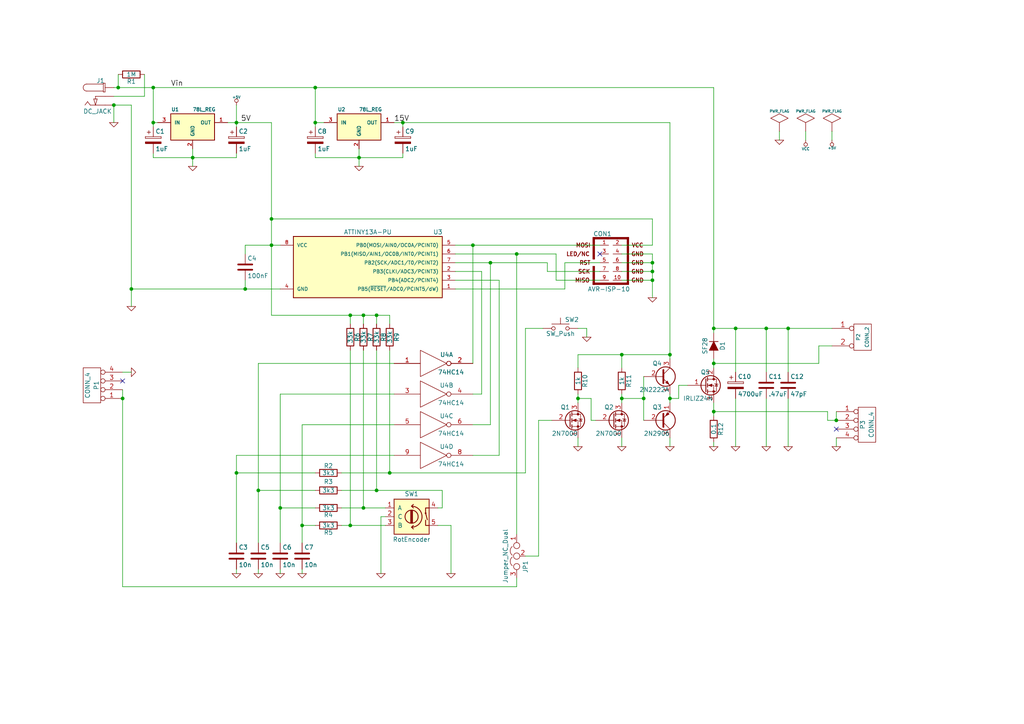
<source format=kicad_sch>
(kicad_sch (version 20230121) (generator eeschema)
  (paper "A4")
  (lib_symbols
    (symbol "inductor_test-rescue:+5V" (power) (pin_names (offset 1.016))
      (property "Value" "+5V" (at 0 2.286 0))
      (symbol "+5V_0_0"
        (pin power_in line (at 0 0 90) (length 0) hide (name "+5V") (number "1"))
      )
      (symbol "+5V_0_1"
        (polyline (pts (xy 0 0) (xy 0 0.762) (xy 0 0.762) (xy 0 0.762)))
        (circle (center 0 1.27) (radius 0.508))
      )
    )
    (symbol "inductor_test-rescue:74HC14" (pin_names (offset 0.762))
      (property "Reference" "U" (at 3.81 2.54 0))
      (property "Value" "74HC14" (at 5.08 -2.54 0))
      (symbol "74HC14_0_0"
        (polyline (pts (xy -3.81 3.81) (xy -3.81 -3.81) (xy 3.81 0) (xy -3.81 3.81)))
        (pin power_in line (at -1.27 2.54 270) (length 0) hide (name "VCC") (number "14"))
        (pin power_in line (at -1.27 -2.54 90) (length 0) hide (name "GND") (number "7"))
      )
      (symbol "74HC14_1_1"
        (pin input line (at -11.43 0 0) (length 7.62) (name "~") (number "1"))
        (pin output inverted (at 11.43 0 180) (length 7.62) (name "~") (number "2"))
      )
      (symbol "74HC14_1_2"
        (pin input inverted (at -11.43 0 0) (length 7.62) (name "~") (number "1"))
        (pin output line (at 11.43 0 180) (length 7.62) (name "~") (number "2"))
      )
      (symbol "74HC14_2_1"
        (pin input line (at -11.43 0 0) (length 7.62) (name "~") (number "3"))
        (pin output inverted (at 11.43 0 180) (length 7.62) (name "~") (number "4"))
      )
      (symbol "74HC14_2_2"
        (pin input inverted (at -11.43 0 0) (length 7.62) (name "~") (number "3"))
        (pin output line (at 11.43 0 180) (length 7.62) (name "~") (number "4"))
      )
      (symbol "74HC14_3_1"
        (pin input line (at -11.43 0 0) (length 7.62) (name "~") (number "5"))
        (pin output inverted (at 11.43 0 180) (length 7.62) (name "~") (number "6"))
      )
      (symbol "74HC14_3_2"
        (pin input inverted (at -11.43 0 0) (length 7.62) (name "~") (number "5"))
        (pin output line (at 11.43 0 180) (length 7.62) (name "~") (number "6"))
      )
      (symbol "74HC14_4_1"
        (pin output inverted (at 11.43 0 180) (length 7.62) (name "~") (number "8"))
        (pin input line (at -11.43 0 0) (length 7.62) (name "~") (number "9"))
      )
      (symbol "74HC14_4_2"
        (pin output line (at 11.43 0 180) (length 7.62) (name "~") (number "8"))
        (pin input inverted (at -11.43 0 0) (length 7.62) (name "~") (number "9"))
      )
      (symbol "74HC14_5_1"
        (pin output inverted (at 11.43 0 180) (length 7.62) (name "~") (number "10"))
        (pin input line (at -11.43 0 0) (length 7.62) (name "~") (number "11"))
      )
      (symbol "74HC14_5_2"
        (pin output line (at 11.43 0 180) (length 7.62) (name "~") (number "10"))
        (pin input inverted (at -11.43 0 0) (length 7.62) (name "~") (number "11"))
      )
      (symbol "74HC14_6_1"
        (pin output inverted (at 11.43 0 180) (length 7.62) (name "~") (number "12"))
        (pin input line (at -11.43 0 0) (length 7.62) (name "~") (number "13"))
      )
      (symbol "74HC14_6_2"
        (pin output line (at 11.43 0 180) (length 7.62) (name "~") (number "12"))
        (pin input inverted (at -11.43 0 0) (length 7.62) (name "~") (number "13"))
      )
    )
    (symbol "inductor_test-rescue:78L_REG" (pin_names (offset 1.016))
      (property "Reference" "U" (at -5.08 5.08 0))
      (property "Value" "78L_REG" (at 0 5.08 0))
      (symbol "78L_REG_0_1"
        (rectangle (start -6.35 3.81) (end 6.35 -3.81) (stroke (width 0.254)) (fill (type background)))
      )
      (symbol "78L_REG_1_1"
        (pin power_out line (at 10.16 1.27 180) (length 3.81) (name "OUT") (number "1"))
        (pin power_in line (at 0 -6.35 90) (length 2.54) (name "GND") (number "2"))
        (pin input line (at -10.16 1.27 0) (length 3.81) (name "IN") (number "3"))
      )
    )
    (symbol "inductor_test-rescue:ATTINY13A-PU" (pin_names (offset 1.016))
      (property "Reference" "U" (at -20.32 10.16 0))
      (property "Value" "ATTINY13A-PU" (at 16.51 -10.16 0))
      (symbol "ATTINY13A-PU_0_1"
        (rectangle (start -21.59 8.89) (end 21.59 -8.89) (stroke (width 0.254)) (fill (type background)))
      )
      (symbol "ATTINY13A-PU_1_1"
        (pin bidirectional line (at -25.4 -6.35 0) (length 3.81) (name "PB5(~{RESET}/ADC0/PCINT5/dW)") (number "1"))
        (pin bidirectional line (at -25.4 -1.27 0) (length 3.81) (name "PB3(CLKI/ADC3/PCINT3)") (number "2"))
        (pin bidirectional line (at -25.4 -3.81 0) (length 3.81) (name "PB4(ADC2/PCINT4)") (number "3"))
        (pin power_in line (at 25.4 -6.35 180) (length 3.81) (name "GND") (number "4"))
        (pin bidirectional line (at -25.4 6.35 0) (length 3.81) (name "PB0(MOSI/AIN0/OC0A/PCINT0)") (number "5"))
        (pin bidirectional line (at -25.4 3.81 0) (length 3.81) (name "PB1(MISO/AIN1/OC0B/INT0/PCINT1)") (number "6"))
        (pin bidirectional line (at -25.4 1.27 0) (length 3.81) (name "PB2(SCK/ADC1/T0/PCINT2)") (number "7"))
        (pin power_in line (at 25.4 6.35 180) (length 3.81) (name "VCC") (number "8"))
      )
    )
    (symbol "inductor_test-rescue:AVR-ISP-10" (pin_names (offset 1.016))
      (property "Reference" "CON" (at -4.318 8.382 0))
      (property "Value" "AVR-ISP-10" (at -8.636 -8.382 0))
      (symbol "AVR-ISP-10_0_0"
        (text "SCK" (at -9.652 -2.54 0) (effects (font (size 1.143 1.143) bold)))
        (text "VCC" (at 5.842 5.08 0) (effects (font (size 1.143 1.143) bold)))
      )
      (symbol "AVR-ISP-10_0_1"
        (rectangle (start -7.112 -5.842) (end 3.302 -6.35) (fill (type outline)))
        (rectangle (start -7.112 -1.016) (end -6.604 -6.35) (fill (type outline)))
        (rectangle (start -6.604 7.366) (end -7.112 1.016) (fill (type outline)))
        (rectangle (start -6.604 7.366) (end 3.302 6.858) (fill (type outline)))
        (rectangle (start 2.794 7.366) (end 3.302 -5.842) (fill (type outline)))
      )
      (symbol "AVR-ISP-10_1_0"
        (text "GND" (at 5.842 -5.08 0) (effects (font (size 1.143 1.143) bold)))
        (text "GND" (at 5.842 -2.54 0) (effects (font (size 1.143 1.143) bold)))
        (text "GND" (at 5.842 0 0) (effects (font (size 1.143 1.143) bold)))
        (text "GND" (at 5.842 2.54 0) (effects (font (size 1.143 1.143) bold)))
        (text "LED/NC" (at -11.43 2.54 0) (effects (font (size 1.143 1.143) bold)))
        (text "MISO" (at -10.16 -5.08 0) (effects (font (size 1.143 1.143) bold)))
        (text "MOSI" (at -9.906 5.08 0) (effects (font (size 1.143 1.143) bold)))
        (text "RST" (at -9.398 0 0) (effects (font (size 1.143 1.143) bold)))
      )
      (symbol "AVR-ISP-10_1_1"
        (pin passive line (at -5.08 5.08 0) (length 2.54) (name "~") (number "1"))
        (pin passive line (at 1.27 -5.08 180) (length 2.54) (name "~") (number "10"))
        (pin passive line (at 1.27 5.08 180) (length 2.54) (name "~") (number "2"))
        (pin passive line (at -5.08 2.54 0) (length 2.54) (name "~") (number "3"))
        (pin passive line (at 1.27 2.54 180) (length 2.54) (name "~") (number "4"))
        (pin passive line (at -5.08 0 0) (length 2.54) (name "~") (number "5"))
        (pin passive line (at 1.27 0 180) (length 2.54) (name "~") (number "6"))
        (pin passive line (at -5.08 -2.54 0) (length 2.54) (name "~") (number "7"))
        (pin passive line (at 1.27 -2.54 180) (length 2.54) (name "~") (number "8"))
        (pin passive line (at -5.08 -5.08 0) (length 2.54) (name "~") (number "9"))
      )
    )
    (symbol "inductor_test-rescue:C" (pin_numbers hide) (pin_names (offset 0.254))
      (property "Reference" "C" (at 0.635 2.54 0))
      (property "Value" "C" (at 0.635 -2.54 0))
      (symbol "C_0_1"
        (polyline (pts (xy -2.032 -0.762) (xy 2.032 -0.762)) (stroke (width 0.508)))
        (polyline (pts (xy -2.032 0.762) (xy 2.032 0.762)) (stroke (width 0.508)))
      )
      (symbol "C_1_1"
        (pin passive line (at 0 3.81 270) (length 2.794) (name "~") (number "1"))
        (pin passive line (at 0 -3.81 90) (length 2.794) (name "~") (number "2"))
      )
    )
    (symbol "inductor_test-rescue:CONN_2" (pin_names (offset 1.016) hide)
      (property "Reference" "P" (at -1.27 0 90))
      (property "Value" "CONN_2" (at 1.27 0 90))
      (symbol "CONN_2_0_1"
        (rectangle (start -2.54 3.81) (end 2.54 -3.81))
      )
      (symbol "CONN_2_1_1"
        (pin passive inverted (at -8.89 2.54 0) (length 6.35) (name "P1") (number "1"))
        (pin passive inverted (at -8.89 -2.54 0) (length 6.35) (name "PM") (number "2"))
      )
    )
    (symbol "inductor_test-rescue:CONN_4" (pin_names (offset 1.016) hide)
      (property "Reference" "P" (at -1.27 0 90))
      (property "Value" "CONN_4" (at 1.27 0 90))
      (symbol "CONN_4_0_1"
        (rectangle (start -2.54 5.08) (end 2.54 -5.08))
      )
      (symbol "CONN_4_1_1"
        (pin passive inverted (at -8.89 3.81 0) (length 6.35) (name "P1") (number "1"))
        (pin passive inverted (at -8.89 1.27 0) (length 6.35) (name "P2") (number "2"))
        (pin passive inverted (at -8.89 -1.27 0) (length 6.35) (name "P3") (number "3"))
        (pin passive inverted (at -8.89 -3.81 0) (length 6.35) (name "P4") (number "4"))
      )
    )
    (symbol "inductor_test-rescue:CP" (pin_numbers hide) (pin_names (offset 0.254))
      (property "Reference" "C" (at 0.635 2.54 0))
      (property "Value" "CP" (at 0.635 -2.54 0))
      (symbol "CP_0_1"
        (rectangle (start -2.286 0.508) (end -2.286 1.016))
        (rectangle (start -2.286 0.508) (end 2.286 0.508))
        (polyline (pts (xy -1.778 2.286) (xy -0.762 2.286)))
        (polyline (pts (xy -1.27 2.794) (xy -1.27 1.778)))
        (rectangle (start 2.286 -0.508) (end -2.286 -1.016) (fill (type outline)))
        (rectangle (start 2.286 1.016) (end -2.286 1.016))
        (rectangle (start 2.286 1.016) (end 2.286 0.508))
      )
      (symbol "CP_1_1"
        (pin passive line (at 0 3.81 270) (length 2.794) (name "~") (number "1"))
        (pin passive line (at 0 -3.81 90) (length 2.794) (name "~") (number "2"))
      )
    )
    (symbol "inductor_test-rescue:DC_BARREL_JACK_6.5MM" (pin_numbers hide) (pin_names (offset 1.016) hide)
      (property "Reference" "J" (at 0 3.81 0))
      (property "Value" "DC_BARREL_JACK_6.5MM" (at -10.16 -5.08 0))
      (symbol "DC_BARREL_JACK_6.5MM_1_0"
        (polyline (pts (xy -2.54 -1.524) (xy -3.302 -2.54)))
        (polyline (pts (xy -2.54 -1.524) (xy -1.778 -2.54)))
        (polyline (pts (xy -1.778 -2.54) (xy -0.254 -2.54)))
        (polyline (pts (xy -0.762 -0.762) (xy -0.254 -0.762)))
        (polyline (pts (xy -0.254 -2.54) (xy -0.762 -0.762)))
        (polyline (pts (xy -0.254 -2.54) (xy 2.54 -2.54)))
        (polyline (pts (xy -0.254 -0.762) (xy 0.254 -0.762)))
        (polyline (pts (xy -0.254 0) (xy -0.254 -0.762)))
        (polyline (pts (xy 0.254 -0.762) (xy -0.254 -2.54)))
        (polyline (pts (xy 2.032 1.27) (xy 2.032 1.524)))
        (polyline (pts (xy 2.032 1.524) (xy -2.794 1.524)))
        (polyline (pts (xy 2.032 1.524) (xy 2.032 3.556)))
        (polyline (pts (xy 2.032 3.556) (xy -2.794 3.556)))
        (polyline (pts (xy 2.032 3.556) (xy 2.032 3.81)))
        (polyline (pts (xy 2.032 3.81) (xy 2.54 3.81)))
        (polyline (pts (xy 2.54 0) (xy -0.254 0)))
        (polyline (pts (xy 2.54 1.27) (xy 2.032 1.27)))
        (polyline (pts (xy 2.54 3.81) (xy 2.54 1.27)))
      )
      (symbol "DC_BARREL_JACK_6.5MM_1_1"
        (arc (start -2.794 3.556) (mid -3.8056 2.54) (end -2.794 1.524))
        (pin power_in line (at 5.08 2.54 180) (length 2.54) (name "P1") (number "1"))
        (pin passive line (at 5.08 0 180) (length 2.54) (name "P3") (number "2"))
        (pin power_in line (at 5.08 -2.54 180) (length 2.54) (name "P2") (number "3"))
      )
    )
    (symbol "inductor_test-rescue:D_ALT" (pin_numbers hide) (pin_names (offset 1.016) hide)
      (property "Reference" "D" (at 0 2.54 0))
      (property "Value" "D_ALT" (at 0 -2.54 0))
      (symbol "D_ALT_0_1"
        (polyline (pts (xy -1.27 1.27) (xy -1.27 -1.27)) (stroke (width 0.2032)))
        (polyline (pts (xy 1.27 0) (xy -1.27 0)))
        (polyline (pts (xy 1.27 1.27) (xy 1.27 -1.27) (xy -1.27 0) (xy 1.27 1.27)) (stroke (width 0.2032)) (fill (type outline)))
      )
      (symbol "D_ALT_1_1"
        (pin passive line (at -3.81 0 0) (length 2.54) (name "K") (number "1"))
        (pin passive line (at 3.81 0 180) (length 2.54) (name "A") (number "2"))
      )
    )
    (symbol "inductor_test-rescue:GND" (power) (pin_names (offset 0))
      (symbol "GND_0_1"
        (polyline (pts (xy -1.27 0) (xy 0 -1.27) (xy 1.27 0) (xy -1.27 0)))
      )
      (symbol "GND_1_1"
        (pin power_in line (at 0 0 90) (length 0) hide (name "GND") (number "1"))
      )
    )
    (symbol "inductor_test-rescue:Jumper_NC_Dual" (pin_names (offset 0.762) hide)
      (property "Reference" "JP" (at 1.27 -2.54 0))
      (property "Value" "Jumper_NC_Dual" (at 0 2.54 0))
      (symbol "Jumper_NC_Dual_0_1"
        (circle (center -3.048 0) (radius 0.889))
        (arc (start -0.254 1.27) (mid -1.524 1.8804) (end -2.794 1.27))
        (circle (center 0 0) (radius 0.9144))
        (arc (start 2.794 1.27) (mid 1.524 1.8804) (end 0.254 1.27))
        (circle (center 3.048 0) (radius 0.889))
        (pin passive line (at -6.35 0 0) (length 2.413) (name "1") (number "1"))
        (pin passive line (at 0 -2.54 90) (length 1.524) (name "2") (number "2"))
        (pin passive line (at 6.35 0 180) (length 2.413) (name "3") (number "3"))
      )
    )
    (symbol "inductor_test-rescue:PWR_FLAG" (power) (pin_numbers hide) (pin_names (offset 0) hide)
      (property "Value" "PWR_FLAG" (at 0 5.842 0))
      (symbol "PWR_FLAG_0_0"
        (pin power_out line (at 0 0 90) (length 0) (name "pwr") (number "1"))
      )
      (symbol "PWR_FLAG_0_1"
        (polyline (pts (xy 0 0) (xy 0 2.54) (xy 0 2.54)))
        (polyline (pts (xy 0 2.54) (xy -2.54 3.81) (xy 0 5.08) (xy 2.54 3.81) (xy 0 2.54)))
      )
    )
    (symbol "inductor_test-rescue:Q_NMOS_GDS" (pin_names (offset 0) hide)
      (property "Reference" "Q" (at 5.08 1.27 0))
      (property "Value" "Q_NMOS_GDS" (at 5.08 -1.27 0))
      (symbol "Q_NMOS_GDS_0_1"
        (polyline (pts (xy 0.762 -1.778) (xy 2.54 -1.778)))
        (polyline (pts (xy 0.762 -1.27) (xy 0.762 -2.286)) (stroke (width 0.254)))
        (polyline (pts (xy 0.762 0) (xy 2.54 0)))
        (polyline (pts (xy 0.762 0.508) (xy 0.762 -0.508)) (stroke (width 0.254)))
        (polyline (pts (xy 0.762 1.778) (xy 2.54 1.778)))
        (polyline (pts (xy 0.762 2.286) (xy 0.762 1.27)) (stroke (width 0.254)))
        (polyline (pts (xy 2.54 -1.778) (xy 2.54 -2.54)))
        (polyline (pts (xy 2.54 -1.778) (xy 2.54 0)))
        (polyline (pts (xy 2.54 2.54) (xy 2.54 1.778)))
        (polyline (pts (xy 0.254 1.905) (xy 0.254 -1.905) (xy 0.254 -1.905)) (stroke (width 0.254)))
        (polyline (pts (xy 1.016 0) (xy 2.032 0.381) (xy 2.032 -0.381) (xy 1.016 0)) (fill (type outline)))
        (polyline (pts (xy 2.54 -1.778) (xy 3.302 -1.778) (xy 3.302 1.778) (xy 2.54 1.778)))
        (polyline (pts (xy 2.794 0.508) (xy 2.921 0.381) (xy 3.683 0.381) (xy 3.81 0.254)))
        (polyline (pts (xy 3.302 0.381) (xy 2.921 -0.254) (xy 3.683 -0.254) (xy 3.302 0.381)))
        (circle (center 1.651 0) (radius 2.8194) (stroke (width 0.254)))
        (circle (center 2.54 -1.778) (radius 0.2794) (fill (type outline)))
        (circle (center 2.54 1.778) (radius 0.2794) (fill (type outline)))
      )
      (symbol "Q_NMOS_GDS_1_1"
        (pin input line (at -5.08 0 0) (length 5.334) (name "G") (number "1"))
        (pin passive line (at 2.54 5.08 270) (length 2.54) (name "D") (number "2"))
        (pin passive line (at 2.54 -5.08 90) (length 2.54) (name "S") (number "3"))
      )
    )
    (symbol "inductor_test-rescue:Q_NMOS_SGD" (pin_names (offset 0) hide)
      (property "Reference" "Q" (at 5.08 1.27 0))
      (property "Value" "Q_NMOS_SGD" (at 5.08 -1.27 0))
      (symbol "Q_NMOS_SGD_0_1"
        (polyline (pts (xy 0.762 -1.778) (xy 2.54 -1.778)))
        (polyline (pts (xy 0.762 -1.27) (xy 0.762 -2.286)) (stroke (width 0.254)))
        (polyline (pts (xy 0.762 0) (xy 2.54 0)))
        (polyline (pts (xy 0.762 0.508) (xy 0.762 -0.508)) (stroke (width 0.254)))
        (polyline (pts (xy 0.762 1.778) (xy 2.54 1.778)))
        (polyline (pts (xy 0.762 2.286) (xy 0.762 1.27)) (stroke (width 0.254)))
        (polyline (pts (xy 2.54 -1.778) (xy 2.54 -2.54)))
        (polyline (pts (xy 2.54 -1.778) (xy 2.54 0)))
        (polyline (pts (xy 2.54 2.54) (xy 2.54 1.778)))
        (polyline (pts (xy 0.254 1.905) (xy 0.254 -1.905) (xy 0.254 -1.905)) (stroke (width 0.254)))
        (polyline (pts (xy 1.016 0) (xy 2.032 0.381) (xy 2.032 -0.381) (xy 1.016 0)) (fill (type outline)))
        (polyline (pts (xy 2.54 -1.778) (xy 3.302 -1.778) (xy 3.302 1.778) (xy 2.54 1.778)))
        (polyline (pts (xy 2.794 0.508) (xy 2.921 0.381) (xy 3.683 0.381) (xy 3.81 0.254)))
        (polyline (pts (xy 3.302 0.381) (xy 2.921 -0.254) (xy 3.683 -0.254) (xy 3.302 0.381)))
        (circle (center 1.651 0) (radius 2.8194) (stroke (width 0.254)))
        (circle (center 2.54 -1.778) (radius 0.2794) (fill (type outline)))
        (circle (center 2.54 1.778) (radius 0.2794) (fill (type outline)))
      )
      (symbol "Q_NMOS_SGD_1_1"
        (pin passive line (at 2.54 -5.08 90) (length 2.54) (name "S") (number "1"))
        (pin input line (at -5.08 0 0) (length 5.334) (name "G") (number "2"))
        (pin passive line (at 2.54 5.08 270) (length 2.54) (name "D") (number "3"))
      )
    )
    (symbol "inductor_test-rescue:Q_NPN_EBC" (pin_names (offset 0) hide)
      (property "Reference" "Q" (at 5.08 1.27 0))
      (property "Value" "Q_NPN_EBC" (at 5.08 -1.27 0))
      (symbol "Q_NPN_EBC_0_1"
        (polyline (pts (xy 0.635 0.635) (xy 2.54 2.54)))
        (polyline (pts (xy 0.635 -0.635) (xy 2.54 -2.54) (xy 2.54 -2.54)))
        (polyline (pts (xy 0.635 1.905) (xy 0.635 -1.905) (xy 0.635 -1.905)) (stroke (width 0.508)))
        (polyline (pts (xy 1.27 -1.778) (xy 1.778 -1.27) (xy 2.286 -2.286) (xy 1.27 -1.778) (xy 1.27 -1.778)) (fill (type outline)))
        (circle (center 1.27 0) (radius 2.8194) (stroke (width 0.254)))
      )
      (symbol "Q_NPN_EBC_1_1"
        (pin passive line (at 2.54 -5.08 90) (length 2.54) (name "E") (number "1"))
        (pin passive line (at -5.08 0 0) (length 5.715) (name "B") (number "2"))
        (pin passive line (at 2.54 5.08 270) (length 2.54) (name "C") (number "3"))
      )
    )
    (symbol "inductor_test-rescue:Q_PNP_EBC" (pin_names (offset 0) hide)
      (property "Reference" "Q" (at 5.08 1.27 0))
      (property "Value" "Q_PNP_EBC" (at 5.08 -1.27 0))
      (symbol "Q_PNP_EBC_0_1"
        (polyline (pts (xy 0.635 0.635) (xy 2.54 2.54)))
        (polyline (pts (xy 0.635 -0.635) (xy 2.54 -2.54) (xy 2.54 -2.54)))
        (polyline (pts (xy 0.635 1.905) (xy 0.635 -1.905) (xy 0.635 -1.905)) (stroke (width 0.508)))
        (polyline (pts (xy 2.286 -1.778) (xy 1.778 -2.286) (xy 1.27 -1.27) (xy 2.286 -1.778) (xy 2.286 -1.778)) (fill (type outline)))
        (circle (center 1.27 0) (radius 2.8194) (stroke (width 0.254)))
      )
      (symbol "Q_PNP_EBC_1_1"
        (pin passive line (at 2.54 -5.08 90) (length 2.54) (name "E") (number "1"))
        (pin input line (at -5.08 0 0) (length 5.715) (name "B") (number "2"))
        (pin passive line (at 2.54 5.08 270) (length 2.54) (name "C") (number "3"))
      )
    )
    (symbol "inductor_test-rescue:R" (pin_numbers hide) (pin_names (offset 0))
      (property "Reference" "R" (at 2.032 0 90))
      (property "Value" "R" (at 0 0 90))
      (symbol "R_0_1"
        (rectangle (start -1.016 -2.54) (end 1.016 2.54) (stroke (width 0.254)))
      )
      (symbol "R_1_1"
        (pin passive line (at 0 3.81 270) (length 1.27) (name "~") (number "1"))
        (pin passive line (at 0 -3.81 90) (length 1.27) (name "~") (number "2"))
      )
    )
    (symbol "inductor_test-rescue:Rotary_Encoder_Switch" (pin_names (offset 1.016))
      (property "Reference" "SW" (at 0 6.604 0))
      (property "Value" "Rotary_Encoder_Switch" (at 0 -6.604 0))
      (symbol "Rotary_Encoder_Switch_0_1"
        (rectangle (start -5.08 5.08) (end 5.08 -5.08) (stroke (width 0.254)) (fill (type background)))
        (arc (start 0 -3.048) (mid 3.0227 0) (end 0 3.048) (stroke (width 0.254)))
        (polyline (pts (xy -0.254 -1.778) (xy -0.254 1.778)) (stroke (width 0.254)))
        (polyline (pts (xy 0 -3.048) (xy 0.508 -3.556)) (stroke (width 0.254)))
        (polyline (pts (xy 0 -3.048) (xy 0.508 -2.54)) (stroke (width 0.254)))
        (polyline (pts (xy 0 -1.778) (xy 0 1.778)) (stroke (width 0.254)))
        (polyline (pts (xy 0 3.048) (xy 0.508 2.54)) (stroke (width 0.254)))
        (polyline (pts (xy 0.254 1.778) (xy 0.254 -1.778)) (stroke (width 0.254)))
        (polyline (pts (xy 0.508 3.556) (xy 0 3.048)) (stroke (width 0.254)))
        (polyline (pts (xy 4.064 1.016) (xy 4.572 -0.889)) (stroke (width 0.254)))
        (polyline (pts (xy 5.08 -2.54) (xy 4.064 -2.54) (xy 4.064 -1.016)) (stroke (width 0.254)))
        (polyline (pts (xy 5.08 2.54) (xy 4.064 2.54) (xy 4.064 1.016)) (stroke (width 0.254)))
        (circle (center 0 0) (radius 1.905) (stroke (width 0.254)))
        (circle (center 4.064 1.016) (radius 0.127) (stroke (width 0.254)))
      )
      (symbol "Rotary_Encoder_Switch_1_1"
        (pin input line (at -7.62 2.54 0) (length 2.54) (name "A") (number "1"))
        (pin input line (at -7.62 0 0) (length 2.54) (name "C") (number "2"))
        (pin input line (at -7.62 -2.54 0) (length 2.54) (name "B") (number "3"))
        (pin input line (at 7.62 2.54 180) (length 2.54) (name "~") (number "4"))
        (pin input line (at 7.62 -2.54 180) (length 2.54) (name "~") (number "5"))
      )
    )
    (symbol "inductor_test-rescue:SW_Push" (pin_numbers hide) (pin_names (offset 1.016) hide)
      (property "Reference" "SW" (at 1.27 2.54 0))
      (property "Value" "SW_Push" (at 0 -1.524 0))
      (symbol "SW_Push_0_1"
        (circle (center -2.032 0) (radius 0.508))
        (polyline (pts (xy 0 1.27) (xy 0 3.048)))
        (polyline (pts (xy 2.54 1.27) (xy -2.54 1.27)))
        (circle (center 2.032 0) (radius 0.508))
        (pin passive line (at -5.08 0 0) (length 2.54) (name "1") (number "1"))
        (pin passive line (at 5.08 0 180) (length 2.54) (name "2") (number "2"))
      )
    )
    (symbol "inductor_test-rescue:VCC" (power) (pin_names (offset 0))
      (property "Value" "VCC" (at 0 2.54 0))
      (symbol "VCC_0_0"
        (pin power_in line (at 0 0 90) (length 0) hide (name "VCC") (number "1"))
      )
      (symbol "VCC_0_1"
        (polyline (pts (xy 0 0) (xy 0 0.762) (xy 0 0.762)))
        (circle (center 0 1.27) (radius 0.508))
      )
    )
  )
  (junction (at 189.23 81.28))
  (junction (at 189.23 76.2))
  (junction (at 74.93 142.24))
  (junction (at 91.44 35.56))
  (junction (at 101.6 152.4))
  (junction (at 116.84 35.56))
  (junction (at 186.69 115.57))
  (junction (at 149.86 73.66))
  (junction (at 213.36 95.25))
  (junction (at 189.23 78.74))
  (junction (at 194.31 102.87))
  (junction (at 35.56 115.57))
  (junction (at 105.41 147.32))
  (junction (at 68.58 137.16))
  (junction (at 207.01 105.41))
  (junction (at 113.03 137.16))
  (junction (at 142.24 76.2))
  (junction (at 137.16 71.12))
  (junction (at 194.31 115.57))
  (junction (at 242.57 121.92))
  (junction (at 81.28 147.32))
  (junction (at 91.44 25.4))
  (junction (at 207.01 119.38))
  (junction (at 167.64 115.57))
  (junction (at 104.14 45.72))
  (junction (at 55.88 45.72))
  (junction (at 71.12 83.82))
  (junction (at 109.22 142.24))
  (junction (at 44.45 35.56))
  (junction (at 78.74 71.12))
  (junction (at 101.6 91.44))
  (junction (at 44.45 25.4))
  (junction (at 222.25 95.25))
  (junction (at 105.41 91.44))
  (junction (at 38.1 83.82))
  (junction (at 87.63 152.4))
  (junction (at 180.34 102.87))
  (junction (at 207.01 95.25))
  (junction (at 68.58 35.56))
  (junction (at 109.22 91.44))
  (junction (at 228.6 95.25))
  (junction (at 33.02 30.48))
  (junction (at 34.29 25.4))
  (junction (at 78.74 63.5))
  (junction (at 180.34 115.57))
  (no_connect (at 173.99 73.66))
  (no_connect (at 242.57 124.46))
  (no_connect (at 35.56 110.49))
  (wire (pts (xy 87.63 165.1) (xy 87.63 166.37)))
  (wire (pts (xy 144.78 132.08) (xy 144.78 81.28)))
  (wire (pts (xy 127 147.32) (xy 128.27 147.32)))
  (wire (pts (xy 161.29 81.28) (xy 161.29 73.66)))
  (wire (pts (xy 104.14 45.72) (xy 116.84 45.72)))
  (wire (pts (xy 189.23 73.66) (xy 189.23 76.2)))
  (wire (pts (xy 207.01 105.41) (xy 207.01 106.68)))
  (wire (pts (xy 111.76 149.86) (xy 110.49 149.86)))
  (wire (pts (xy 194.31 115.57) (xy 196.85 115.57)))
  (wire (pts (xy 171.45 115.57) (xy 167.64 115.57)))
  (wire (pts (xy 186.69 109.22) (xy 186.69 115.57)))
  (wire (pts (xy 156.21 121.92) (xy 160.02 121.92)))
  (wire (pts (xy 87.63 152.4) (xy 87.63 157.48)))
  (wire (pts (xy 237.49 105.41) (xy 207.01 105.41)))
  (wire (pts (xy 137.16 71.12) (xy 173.99 71.12)))
  (wire (pts (xy 167.64 95.25) (xy 170.18 95.25)))
  (wire (pts (xy 172.72 121.92) (xy 171.45 121.92)))
  (wire (pts (xy 91.44 25.4) (xy 91.44 35.56)))
  (wire (pts (xy 81.28 147.32) (xy 91.44 147.32)))
  (wire (pts (xy 105.41 101.6) (xy 105.41 147.32)))
  (wire (pts (xy 87.63 152.4) (xy 91.44 152.4)))
  (wire (pts (xy 68.58 35.56) (xy 68.58 36.83)))
  (wire (pts (xy 180.34 114.3) (xy 180.34 115.57)))
  (wire (pts (xy 34.29 25.4) (xy 44.45 25.4)))
  (wire (pts (xy 68.58 137.16) (xy 68.58 157.48)))
  (wire (pts (xy 71.12 71.12) (xy 78.74 71.12)))
  (wire (pts (xy 33.02 35.56) (xy 33.02 30.48)))
  (wire (pts (xy 213.36 95.25) (xy 222.25 95.25)))
  (wire (pts (xy 228.6 115.57) (xy 228.6 129.54)))
  (wire (pts (xy 44.45 25.4) (xy 44.45 35.56)))
  (wire (pts (xy 240.03 119.38) (xy 240.03 121.92)))
  (wire (pts (xy 207.01 119.38) (xy 207.01 120.65)))
  (wire (pts (xy 142.24 123.19) (xy 142.24 76.2)))
  (wire (pts (xy 180.34 73.66) (xy 189.23 73.66)))
  (wire (pts (xy 74.93 105.41) (xy 74.93 142.24)))
  (wire (pts (xy 194.31 35.56) (xy 194.31 102.87)))
  (wire (pts (xy 180.34 76.2) (xy 189.23 76.2)))
  (wire (pts (xy 189.23 81.28) (xy 189.23 86.36)))
  (wire (pts (xy 228.6 95.25) (xy 228.6 107.95)))
  (wire (pts (xy 44.45 35.56) (xy 44.45 36.83)))
  (wire (pts (xy 91.44 142.24) (xy 74.93 142.24)))
  (wire (pts (xy 35.56 170.18) (xy 149.86 170.18)))
  (wire (pts (xy 71.12 71.12) (xy 71.12 73.66)))
  (wire (pts (xy 105.41 147.32) (xy 111.76 147.32)))
  (wire (pts (xy 116.84 35.56) (xy 116.84 36.83)))
  (wire (pts (xy 152.4 161.29) (xy 156.21 161.29)))
  (wire (pts (xy 81.28 114.3) (xy 81.28 147.32)))
  (wire (pts (xy 207.01 116.84) (xy 207.01 119.38)))
  (wire (pts (xy 194.31 115.57) (xy 194.31 116.84)))
  (wire (pts (xy 109.22 91.44) (xy 113.03 91.44)))
  (wire (pts (xy 91.44 25.4) (xy 207.01 25.4)))
  (wire (pts (xy 68.58 132.08) (xy 114.3 132.08)))
  (wire (pts (xy 142.24 76.2) (xy 158.75 76.2)))
  (wire (pts (xy 44.45 44.45) (xy 44.45 45.72)))
  (wire (pts (xy 207.01 128.27) (xy 207.01 129.54)))
  (wire (pts (xy 68.58 132.08) (xy 68.58 137.16)))
  (wire (pts (xy 99.06 152.4) (xy 101.6 152.4)))
  (wire (pts (xy 149.86 170.18) (xy 149.86 167.64)))
  (wire (pts (xy 137.16 105.41) (xy 137.16 71.12)))
  (wire (pts (xy 35.56 113.03) (xy 35.56 115.57)))
  (wire (pts (xy 213.36 95.25) (xy 213.36 107.95)))
  (wire (pts (xy 237.49 100.33) (xy 237.49 105.41)))
  (wire (pts (xy 78.74 71.12) (xy 81.28 71.12)))
  (wire (pts (xy 109.22 91.44) (xy 109.22 93.98)))
  (wire (pts (xy 242.57 121.92) (xy 242.57 119.38)))
  (wire (pts (xy 114.3 105.41) (xy 74.93 105.41)))
  (wire (pts (xy 35.56 115.57) (xy 35.56 170.18)))
  (wire (pts (xy 38.1 30.48) (xy 38.1 83.82)))
  (wire (pts (xy 114.3 114.3) (xy 81.28 114.3)))
  (wire (pts (xy 207.01 119.38) (xy 240.03 119.38)))
  (wire (pts (xy 173.99 81.28) (xy 161.29 81.28)))
  (wire (pts (xy 207.01 25.4) (xy 207.01 95.25)))
  (wire (pts (xy 128.27 142.24) (xy 109.22 142.24)))
  (wire (pts (xy 157.48 95.25) (xy 152.4 95.25)))
  (wire (pts (xy 186.69 115.57) (xy 180.34 115.57)))
  (wire (pts (xy 180.34 127) (xy 180.34 129.54)))
  (wire (pts (xy 180.34 115.57) (xy 180.34 116.84)))
  (wire (pts (xy 196.85 115.57) (xy 196.85 111.76)))
  (wire (pts (xy 222.25 107.95) (xy 222.25 95.25)))
  (wire (pts (xy 71.12 81.28) (xy 71.12 83.82)))
  (wire (pts (xy 38.1 83.82) (xy 71.12 83.82)))
  (wire (pts (xy 196.85 111.76) (xy 199.39 111.76)))
  (wire (pts (xy 105.41 93.98) (xy 105.41 91.44)))
  (wire (pts (xy 116.84 45.72) (xy 116.84 44.45)))
  (wire (pts (xy 180.34 102.87) (xy 180.34 106.68)))
  (wire (pts (xy 128.27 147.32) (xy 128.27 142.24)))
  (wire (pts (xy 226.06 38.1) (xy 226.06 40.64)))
  (wire (pts (xy 241.3 38.1) (xy 241.3 40.64)))
  (wire (pts (xy 91.44 45.72) (xy 104.14 45.72)))
  (wire (pts (xy 132.08 76.2) (xy 142.24 76.2)))
  (wire (pts (xy 207.01 95.25) (xy 207.01 96.52)))
  (wire (pts (xy 161.29 73.66) (xy 149.86 73.66)))
  (wire (pts (xy 109.22 101.6) (xy 109.22 142.24)))
  (wire (pts (xy 173.99 76.2) (xy 163.83 76.2)))
  (wire (pts (xy 180.34 71.12) (xy 189.23 71.12)))
  (wire (pts (xy 228.6 95.25) (xy 241.3 95.25)))
  (wire (pts (xy 132.08 71.12) (xy 137.16 71.12)))
  (wire (pts (xy 55.88 45.72) (xy 55.88 48.26)))
  (wire (pts (xy 127 152.4) (xy 130.81 152.4)))
  (wire (pts (xy 101.6 152.4) (xy 111.76 152.4)))
  (wire (pts (xy 233.68 40.64) (xy 233.68 38.1)))
  (wire (pts (xy 207.01 95.25) (xy 213.36 95.25)))
  (wire (pts (xy 167.64 114.3) (xy 167.64 115.57)))
  (wire (pts (xy 81.28 165.1) (xy 81.28 166.37)))
  (wire (pts (xy 33.02 27.94) (xy 41.91 27.94)))
  (wire (pts (xy 55.88 45.72) (xy 68.58 45.72)))
  (wire (pts (xy 144.78 81.28) (xy 132.08 81.28)))
  (wire (pts (xy 189.23 63.5) (xy 78.74 63.5)))
  (wire (pts (xy 81.28 147.32) (xy 81.28 157.48)))
  (wire (pts (xy 189.23 78.74) (xy 189.23 81.28)))
  (wire (pts (xy 152.4 95.25) (xy 152.4 137.16)))
  (wire (pts (xy 33.02 30.48) (xy 38.1 30.48)))
  (wire (pts (xy 99.06 137.16) (xy 113.03 137.16)))
  (wire (pts (xy 189.23 76.2) (xy 189.23 78.74)))
  (wire (pts (xy 68.58 30.48) (xy 68.58 35.56)))
  (wire (pts (xy 170.18 95.25) (xy 170.18 97.79)))
  (wire (pts (xy 156.21 161.29) (xy 156.21 121.92)))
  (wire (pts (xy 101.6 101.6) (xy 101.6 152.4)))
  (wire (pts (xy 68.58 165.1) (xy 68.58 166.37)))
  (wire (pts (xy 91.44 137.16) (xy 68.58 137.16)))
  (wire (pts (xy 104.14 45.72) (xy 104.14 48.26)))
  (wire (pts (xy 110.49 149.86) (xy 110.49 166.37)))
  (wire (pts (xy 99.06 147.32) (xy 105.41 147.32)))
  (wire (pts (xy 213.36 115.57) (xy 213.36 129.54)))
  (wire (pts (xy 68.58 35.56) (xy 78.74 35.56)))
  (wire (pts (xy 101.6 91.44) (xy 105.41 91.44)))
  (wire (pts (xy 66.04 35.56) (xy 68.58 35.56)))
  (wire (pts (xy 113.03 137.16) (xy 152.4 137.16)))
  (wire (pts (xy 194.31 114.3) (xy 194.31 115.57)))
  (wire (pts (xy 186.69 115.57) (xy 186.69 121.92)))
  (wire (pts (xy 116.84 35.56) (xy 194.31 35.56)))
  (wire (pts (xy 87.63 123.19) (xy 87.63 152.4)))
  (wire (pts (xy 38.1 83.82) (xy 38.1 88.9)))
  (wire (pts (xy 44.45 25.4) (xy 91.44 25.4)))
  (wire (pts (xy 139.7 78.74) (xy 132.08 78.74)))
  (wire (pts (xy 33.02 25.4) (xy 34.29 25.4)))
  (wire (pts (xy 242.57 127) (xy 242.57 129.54)))
  (wire (pts (xy 68.58 45.72) (xy 68.58 44.45)))
  (wire (pts (xy 194.31 102.87) (xy 194.31 104.14)))
  (wire (pts (xy 78.74 35.56) (xy 78.74 63.5)))
  (wire (pts (xy 91.44 44.45) (xy 91.44 45.72)))
  (wire (pts (xy 35.56 107.95) (xy 38.1 107.95)))
  (wire (pts (xy 163.83 83.82) (xy 132.08 83.82)))
  (wire (pts (xy 130.81 152.4) (xy 130.81 166.37)))
  (wire (pts (xy 114.3 35.56) (xy 116.84 35.56)))
  (wire (pts (xy 44.45 45.72) (xy 55.88 45.72)))
  (wire (pts (xy 207.01 104.14) (xy 207.01 105.41)))
  (wire (pts (xy 93.98 35.56) (xy 91.44 35.56)))
  (wire (pts (xy 137.16 114.3) (xy 139.7 114.3)))
  (wire (pts (xy 139.7 114.3) (xy 139.7 78.74)))
  (wire (pts (xy 78.74 63.5) (xy 78.74 71.12)))
  (wire (pts (xy 158.75 78.74) (xy 158.75 76.2)))
  (wire (pts (xy 71.12 83.82) (xy 81.28 83.82)))
  (wire (pts (xy 55.88 43.18) (xy 55.88 45.72)))
  (wire (pts (xy 91.44 35.56) (xy 91.44 36.83)))
  (wire (pts (xy 149.86 154.94) (xy 149.86 73.66)))
  (wire (pts (xy 113.03 91.44) (xy 113.03 93.98)))
  (wire (pts (xy 167.64 102.87) (xy 167.64 106.68)))
  (wire (pts (xy 101.6 93.98) (xy 101.6 91.44)))
  (wire (pts (xy 78.74 71.12) (xy 78.74 91.44)))
  (wire (pts (xy 105.41 91.44) (xy 109.22 91.44)))
  (wire (pts (xy 222.25 95.25) (xy 228.6 95.25)))
  (wire (pts (xy 171.45 121.92) (xy 171.45 115.57)))
  (wire (pts (xy 180.34 81.28) (xy 189.23 81.28)))
  (wire (pts (xy 109.22 142.24) (xy 99.06 142.24)))
  (wire (pts (xy 137.16 123.19) (xy 142.24 123.19)))
  (wire (pts (xy 222.25 115.57) (xy 222.25 129.54)))
  (wire (pts (xy 189.23 71.12) (xy 189.23 63.5)))
  (wire (pts (xy 163.83 76.2) (xy 163.83 83.82)))
  (wire (pts (xy 114.3 123.19) (xy 87.63 123.19)))
  (wire (pts (xy 74.93 166.37) (xy 74.93 165.1)))
  (wire (pts (xy 173.99 78.74) (xy 158.75 78.74)))
  (wire (pts (xy 240.03 121.92) (xy 242.57 121.92)))
  (wire (pts (xy 78.74 91.44) (xy 101.6 91.44)))
  (wire (pts (xy 167.64 115.57) (xy 167.64 116.84)))
  (wire (pts (xy 44.45 35.56) (xy 45.72 35.56)))
  (wire (pts (xy 137.16 132.08) (xy 144.78 132.08)))
  (wire (pts (xy 104.14 43.18) (xy 104.14 45.72)))
  (wire (pts (xy 167.64 102.87) (xy 180.34 102.87)))
  (wire (pts (xy 180.34 102.87) (xy 194.31 102.87)))
  (wire (pts (xy 41.91 27.94) (xy 41.91 21.59)))
  (wire (pts (xy 180.34 78.74) (xy 189.23 78.74)))
  (wire (pts (xy 149.86 73.66) (xy 132.08 73.66)))
  (wire (pts (xy 194.31 127) (xy 194.31 129.54)))
  (wire (pts (xy 113.03 101.6) (xy 113.03 137.16)))
  (wire (pts (xy 241.3 100.33) (xy 237.49 100.33)))
  (wire (pts (xy 34.29 21.59) (xy 34.29 25.4)))
  (wire (pts (xy 167.64 127) (xy 167.64 129.54)))
  (wire (pts (xy 74.93 142.24) (xy 74.93 157.48)))
  (label "15V" (at 114.3 35.56 0) (effects (font (size 1.524 1.524))))
  (label "5V" (at 69.85 35.56 0) (effects (font (size 1.524 1.524))))
  (label "Vin" (at 49.53 25.4 0) (effects (font (size 1.524 1.524))))
  (symbol (lib_id "inductor_test-rescue:ATTINY13A-PU") (at 106.68 77.47 0) (mirror y) (unit 1)
    (property "Reference" "U3" (at 127 67.31 0))
    (property "Value" "ATTINY13A-PU" (at 106.68 67.31 0))
    (property "Footprint" "Housings_DIP:DIP-8_W7.62mm" (effects hide))
  )
  (symbol (lib_id "inductor_test-rescue:74HC14") (at 125.73 123.19 0) (unit 3)
    (property "Reference" "U4" (at 129.54 120.65 0))
    (property "Value" "74HC14" (at 130.81 125.73 0))
    (property "Footprint" "Housings_DIP:DIP-14_W7.62mm_Socket" (effects hide))
  )
  (symbol (lib_id "inductor_test-rescue:74HC14") (at 125.73 114.3 0) (unit 2)
    (property "Reference" "U4" (at 129.54 111.76 0))
    (property "Value" "74HC14" (at 130.81 116.84 0))
    (property "Footprint" "Housings_DIP:DIP-14_W7.62mm_Socket" (effects hide))
  )
  (symbol (lib_id "inductor_test-rescue:74HC14") (at 125.73 105.41 0) (unit 1)
    (property "Reference" "U4" (at 129.54 102.87 0))
    (property "Value" "74HC14" (at 130.81 107.95 0))
    (property "Footprint" "Housings_DIP:DIP-14_W7.62mm_Socket" (effects hide))
  )
  (symbol (lib_id "inductor_test-rescue:AVR-ISP-10") (at 179.07 76.2 0) (unit 1)
    (property "Reference" "CON1" (at 174.752 67.818 0))
    (property "Value" "AVR-ISP-10" (at 170.434 84.582 0) (effects (justify left bottom)))
    (property "Footprint" "Connectors:IDC_Header_Straight_10pins" (effects hide))
  )
  (symbol (lib_id "inductor_test-rescue:Rotary_Encoder_Switch") (at 119.38 149.86 0) (unit 1)
    (property "Reference" "SW1" (at 119.38 143.256 0))
    (property "Value" "RotEncoder" (at 119.38 156.464 0))
    (property "Footprint" "myLib:PEC11_Switch_Rotary_Encoder" (effects hide))
  )
  (symbol (lib_id "inductor_test-rescue:Q_NMOS_SGD") (at 165.1 121.92 0) (unit 1)
    (property "Reference" "Q1" (at 162.56 118.11 0) (effects (justify left)))
    (property "Value" "2N7000" (at 160.02 125.73 0) (effects (justify left)))
    (property "Footprint" "TO_SOT_Packages_THT:TO-92_Inline_Wide" (effects hide))
    (property "Datasheet" "C:\\Users\\benkev\\Documents\\Hardware\\MOSFET\\2N7000.pdf" (effects hide))
  )
  (symbol (lib_id "inductor_test-rescue:Q_NMOS_SGD") (at 177.8 121.92 0) (unit 1)
    (property "Reference" "Q2" (at 175.26 118.11 0) (effects (justify left)))
    (property "Value" "2N7000" (at 172.72 125.73 0) (effects (justify left)))
    (property "Footprint" "TO_SOT_Packages_THT:TO-92_Inline_Wide" (effects hide))
  )
  (symbol (lib_id "inductor_test-rescue:Q_NPN_EBC") (at 191.77 109.22 0) (unit 1)
    (property "Reference" "Q4" (at 189.23 105.41 0) (effects (justify left)))
    (property "Value" "2N2222A" (at 185.42 113.03 0) (effects (justify left)))
    (property "Footprint" "TO_SOT_Packages_THT:TO-92_Inline_Wide" (effects hide))
  )
  (symbol (lib_id "inductor_test-rescue:Q_PNP_EBC") (at 191.77 121.92 0) (mirror x) (unit 1)
    (property "Reference" "Q3" (at 189.23 118.11 0) (effects (justify left)))
    (property "Value" "2N2906" (at 186.69 125.73 0) (effects (justify left)))
    (property "Footprint" "TO_SOT_Packages_THT:TO-92_Inline_Wide" (effects hide))
  )
  (symbol (lib_id "inductor_test-rescue:DC_BARREL_JACK_6.5MM") (at 27.94 27.94 0) (unit 1)
    (property "Reference" "J1" (at 27.94 24.13 0) (effects (justify left bottom)))
    (property "Value" "DC_JACK" (at 24.13 33.02 0) (effects (justify left bottom)))
    (property "Footprint" "Connectors:BARREL_JACK" (effects hide))
  )
  (symbol (lib_id "inductor_test-rescue:CONN_2") (at 250.19 97.79 0) (unit 1)
    (property "Reference" "P2" (at 248.92 97.79 90) (effects (font (size 1.016 1.016))))
    (property "Value" "CONN_2" (at 251.46 97.79 90) (effects (font (size 1.016 1.016))))
    (property "Footprint" "Connectors:AK300-2" (effects hide))
  )
  (symbol (lib_id "inductor_test-rescue:Q_NMOS_GDS") (at 204.47 111.76 0) (unit 1)
    (property "Reference" "Q5" (at 203.2 107.95 0) (effects (justify left)))
    (property "Value" "IRLIZ24N" (at 198.12 115.57 0) (effects (justify left)))
    (property "Footprint" "myLib:TO-220-3" (effects hide))
  )
  (symbol (lib_id "inductor_test-rescue:CP") (at 91.44 40.64 0) (unit 1)
    (property "Reference" "C8" (at 92.075 38.1 0) (effects (justify left)))
    (property "Value" "1uF" (at 92.075 43.18 0) (effects (justify left)))
    (property "Footprint" "Capacitors_SMD:C_0805" (effects hide))
  )
  (symbol (lib_id "inductor_test-rescue:CP") (at 116.84 40.64 0) (unit 1)
    (property "Reference" "C9" (at 117.475 38.1 0) (effects (justify left)))
    (property "Value" "1uF" (at 117.475 43.18 0) (effects (justify left)))
    (property "Footprint" "Capacitors_SMD:C_0805" (effects hide))
  )
  (symbol (lib_id "inductor_test-rescue:CP") (at 44.45 40.64 0) (unit 1)
    (property "Reference" "C1" (at 45.085 38.1 0) (effects (justify left)))
    (property "Value" "1uF" (at 45.085 43.18 0) (effects (justify left)))
    (property "Footprint" "Capacitors_SMD:C_0805" (effects hide))
  )
  (symbol (lib_id "inductor_test-rescue:CP") (at 68.58 40.64 0) (unit 1)
    (property "Reference" "C2" (at 69.215 38.1 0) (effects (justify left)))
    (property "Value" "1uF" (at 69.215 43.18 0) (effects (justify left)))
    (property "Footprint" "Capacitors_SMD:C_0805" (effects hide))
  )
  (symbol (lib_id "inductor_test-rescue:R") (at 38.1 21.59 270) (unit 1)
    (property "Reference" "R1" (at 38.1 23.622 90))
    (property "Value" "1M" (at 38.1 21.59 90))
    (property "Footprint" "Resistors_SMD:R_0805" (effects hide))
  )
  (symbol (lib_id "inductor_test-rescue:GND") (at 104.14 48.26 0) (unit 1)
    (property "Reference" "#PWR01" (effects hide))
    (property "Value" "GND" (effects hide))
  )
  (symbol (lib_id "inductor_test-rescue:GND") (at 33.02 35.56 0) (unit 1)
    (property "Reference" "#PWR02" (effects hide))
    (property "Value" "GND" (effects hide))
  )
  (symbol (lib_id "inductor_test-rescue:GND") (at 55.88 48.26 0) (unit 1)
    (property "Reference" "#PWR03" (effects hide))
    (property "Value" "GND" (effects hide))
  )
  (symbol (lib_id "inductor_test-rescue:R") (at 167.64 110.49 0) (unit 1)
    (property "Reference" "R10" (at 169.672 110.49 90))
    (property "Value" "1k" (at 167.64 110.49 90))
    (property "Footprint" "Resistors_SMD:R_0805" (effects hide))
  )
  (symbol (lib_id "inductor_test-rescue:R") (at 180.34 110.49 0) (unit 1)
    (property "Reference" "R11" (at 182.372 110.49 90))
    (property "Value" "1k" (at 180.34 110.49 90))
    (property "Footprint" "Resistors_SMD:R_0805" (effects hide))
  )
  (symbol (lib_id "inductor_test-rescue:GND") (at 167.64 129.54 0) (unit 1)
    (property "Reference" "#PWR04" (effects hide))
    (property "Value" "GND" (effects hide))
  )
  (symbol (lib_id "inductor_test-rescue:GND") (at 180.34 129.54 0) (unit 1)
    (property "Reference" "#PWR05" (effects hide))
    (property "Value" "GND" (effects hide))
  )
  (symbol (lib_id "inductor_test-rescue:GND") (at 194.31 129.54 0) (unit 1)
    (property "Reference" "#PWR06" (effects hide))
    (property "Value" "GND" (effects hide))
  )
  (symbol (lib_id "inductor_test-rescue:R") (at 207.01 124.46 0) (unit 1)
    (property "Reference" "R12" (at 209.042 124.46 90))
    (property "Value" "0.1" (at 207.01 124.46 90))
    (property "Footprint" "myLib:SolderWirePad_2x_1-5mmDrill" (effects hide))
  )
  (symbol (lib_id "inductor_test-rescue:CP") (at 213.36 111.76 0) (unit 1)
    (property "Reference" "C10" (at 213.995 109.22 0) (effects (justify left)))
    (property "Value" "4700uF" (at 213.995 114.3 0) (effects (justify left)))
    (property "Footprint" "Capacitors_THT:CP_Radial_D16.0mm_P7.50mm" (effects hide))
  )
  (symbol (lib_id "inductor_test-rescue:GND") (at 207.01 129.54 0) (unit 1)
    (property "Reference" "#PWR07" (effects hide))
    (property "Value" "GND" (effects hide))
  )
  (symbol (lib_id "inductor_test-rescue:D_ALT") (at 207.01 100.33 270) (unit 1)
    (property "Reference" "D1" (at 209.55 100.33 0))
    (property "Value" "SF28" (at 204.47 100.33 0))
    (property "Footprint" "Diodes_THT:D_DO-27_P5.08mm_Vertical_AnodeUp" (effects hide))
  )
  (symbol (lib_id "inductor_test-rescue:GND") (at 213.36 129.54 0) (unit 1)
    (property "Reference" "#PWR08" (effects hide))
    (property "Value" "GND" (effects hide))
  )
  (symbol (lib_id "inductor_test-rescue:C") (at 87.63 161.29 0) (unit 1)
    (property "Reference" "C7" (at 88.265 158.75 0) (effects (justify left)))
    (property "Value" "10n" (at 88.265 163.83 0) (effects (justify left)))
    (property "Footprint" "Capacitors_SMD:C_0805" (effects hide))
  )
  (symbol (lib_id "inductor_test-rescue:C") (at 81.28 161.29 0) (unit 1)
    (property "Reference" "C6" (at 81.915 158.75 0) (effects (justify left)))
    (property "Value" "10n" (at 81.915 163.83 0) (effects (justify left)))
    (property "Footprint" "Capacitors_SMD:C_0805" (effects hide))
  )
  (symbol (lib_id "inductor_test-rescue:C") (at 74.93 161.29 0) (unit 1)
    (property "Reference" "C5" (at 75.565 158.75 0) (effects (justify left)))
    (property "Value" "10n" (at 75.565 163.83 0) (effects (justify left)))
    (property "Footprint" "Capacitors_SMD:C_0805" (effects hide))
  )
  (symbol (lib_id "inductor_test-rescue:R") (at 95.25 147.32 270) (unit 1)
    (property "Reference" "R4" (at 95.25 149.352 90))
    (property "Value" "3k3" (at 95.25 147.32 90))
    (property "Footprint" "Resistors_SMD:R_0805" (effects hide))
  )
  (symbol (lib_id "inductor_test-rescue:R") (at 95.25 152.4 270) (unit 1)
    (property "Reference" "R5" (at 95.25 154.432 90))
    (property "Value" "3k3" (at 95.25 152.4 90))
    (property "Footprint" "Resistors_SMD:R_0805" (effects hide))
  )
  (symbol (lib_id "inductor_test-rescue:R") (at 95.25 142.24 270) (unit 1)
    (property "Reference" "R3" (at 95.25 139.7 90))
    (property "Value" "3k3" (at 95.25 142.24 90))
    (property "Footprint" "Resistors_SMD:R_0805" (effects hide))
  )
  (symbol (lib_id "inductor_test-rescue:GND") (at 81.28 166.37 0) (unit 1)
    (property "Reference" "#PWR09" (effects hide))
    (property "Value" "GND" (effects hide))
  )
  (symbol (lib_id "inductor_test-rescue:GND") (at 87.63 166.37 0) (unit 1)
    (property "Reference" "#PWR010" (effects hide))
    (property "Value" "GND" (effects hide))
  )
  (symbol (lib_id "inductor_test-rescue:GND") (at 110.49 166.37 0) (unit 1)
    (property "Reference" "#PWR011" (effects hide))
    (property "Value" "GND" (effects hide))
  )
  (symbol (lib_id "inductor_test-rescue:R") (at 105.41 97.79 0) (unit 1)
    (property "Reference" "R7" (at 107.442 97.79 90))
    (property "Value" "33k" (at 105.41 97.79 90))
    (property "Footprint" "Resistors_SMD:R_0805" (effects hide))
  )
  (symbol (lib_id "inductor_test-rescue:R") (at 109.22 97.79 0) (unit 1)
    (property "Reference" "R8" (at 111.252 97.79 90))
    (property "Value" "33k" (at 109.22 97.79 90))
    (property "Footprint" "Resistors_SMD:R_0805" (effects hide))
  )
  (symbol (lib_id "inductor_test-rescue:R") (at 101.6 97.79 0) (unit 1)
    (property "Reference" "R6" (at 103.632 97.79 90))
    (property "Value" "33k" (at 101.6 97.79 90))
    (property "Footprint" "Resistors_SMD:R_0805" (effects hide))
  )
  (symbol (lib_id "inductor_test-rescue:GND") (at 130.81 166.37 0) (unit 1)
    (property "Reference" "#PWR012" (effects hide))
    (property "Value" "GND" (effects hide))
  )
  (symbol (lib_id "inductor_test-rescue:GND") (at 74.93 166.37 0) (unit 1)
    (property "Reference" "#PWR013" (effects hide))
    (property "Value" "GND" (effects hide))
  )
  (symbol (lib_id "inductor_test-rescue:Jumper_NC_Dual") (at 149.86 161.29 90) (mirror x) (unit 1)
    (property "Reference" "JP1" (at 152.4 162.56 0) (effects (justify left)))
    (property "Value" "Jumper_NC_Dual" (at 147.32 161.29 0) (effects (justify bottom)))
    (property "Footprint" "Pin_Headers:Pin_Header_Angled_1x03_Pitch2.54mm" (effects hide))
  )
  (symbol (lib_id "inductor_test-rescue:CONN_4") (at 26.67 111.76 180) (unit 1)
    (property "Reference" "P1" (at 27.94 111.76 90))
    (property "Value" "CONN_4" (at 25.4 111.76 90))
    (property "Footprint" "Pin_Headers:Pin_Header_Angled_1x04_Pitch2.54mm" (effects hide))
  )
  (symbol (lib_id "inductor_test-rescue:GND") (at 189.23 86.36 0) (unit 1)
    (property "Reference" "#PWR014" (effects hide))
    (property "Value" "GND" (effects hide))
  )
  (symbol (lib_id "inductor_test-rescue:GND") (at 38.1 107.95 90) (unit 1)
    (property "Reference" "#PWR015" (effects hide))
    (property "Value" "GND" (effects hide))
  )
  (symbol (lib_id "inductor_test-rescue:GND") (at 38.1 88.9 0) (unit 1)
    (property "Reference" "#PWR016" (effects hide))
    (property "Value" "GND" (effects hide))
  )
  (symbol (lib_id "inductor_test-rescue:GND") (at 242.57 129.54 0) (unit 1)
    (property "Reference" "#PWR017" (effects hide))
    (property "Value" "GND" (effects hide))
  )
  (symbol (lib_id "inductor_test-rescue:C") (at 222.25 111.76 0) (unit 1)
    (property "Reference" "C11" (at 222.885 109.22 0) (effects (justify left)))
    (property "Value" ".47uF" (at 222.885 114.3 0) (effects (justify left)))
    (property "Footprint" "Capacitors_SMD:C_0805" (effects hide))
  )
  (symbol (lib_id "inductor_test-rescue:C") (at 228.6 111.76 0) (unit 1)
    (property "Reference" "C12" (at 229.235 109.22 0) (effects (justify left)))
    (property "Value" "47pF" (at 229.235 114.3 0) (effects (justify left)))
    (property "Footprint" "Capacitors_SMD:C_0805" (effects hide))
  )
  (symbol (lib_id "inductor_test-rescue:GND") (at 222.25 129.54 0) (unit 1)
    (property "Reference" "#PWR018" (effects hide))
    (property "Value" "GND" (effects hide))
  )
  (symbol (lib_id "inductor_test-rescue:GND") (at 228.6 129.54 0) (unit 1)
    (property "Reference" "#PWR019" (effects hide))
    (property "Value" "GND" (effects hide))
  )
  (symbol (lib_id "inductor_test-rescue:SW_Push") (at 162.56 95.25 0) (unit 1)
    (property "Reference" "SW2" (at 163.83 92.71 0) (effects (justify left)))
    (property "Value" "SW_Push" (at 162.56 96.774 0))
    (property "Footprint" "Buttons_Switches_THT:SW_PUSH_6mm" (effects hide))
  )
  (symbol (lib_id "inductor_test-rescue:C") (at 68.58 161.29 0) (unit 1)
    (property "Reference" "C3" (at 69.215 158.75 0) (effects (justify left)))
    (property "Value" "10n" (at 69.215 163.83 0) (effects (justify left)))
    (property "Footprint" "Capacitors_SMD:C_0805" (effects hide))
  )
  (symbol (lib_id "inductor_test-rescue:R") (at 95.25 137.16 90) (unit 1)
    (property "Reference" "R2" (at 95.25 135.128 90))
    (property "Value" "3k3" (at 95.25 137.16 90))
    (property "Footprint" "Resistors_SMD:R_0805" (effects hide))
  )
  (symbol (lib_id "inductor_test-rescue:GND") (at 68.58 166.37 0) (unit 1)
    (property "Reference" "#PWR020" (effects hide))
    (property "Value" "GND" (effects hide))
  )
  (symbol (lib_id "inductor_test-rescue:74HC14") (at 125.73 132.08 0) (unit 4)
    (property "Reference" "U4" (at 129.54 129.54 0))
    (property "Value" "74HC14" (at 130.81 134.62 0))
    (property "Footprint" "Housings_DIP:DIP-14_W7.62mm_Socket" (effects hide))
  )
  (symbol (lib_id "inductor_test-rescue:GND") (at 170.18 97.79 0) (unit 1)
    (property "Reference" "#PWR021" (effects hide))
    (property "Value" "GND" (effects hide))
  )
  (symbol (lib_id "inductor_test-rescue:R") (at 113.03 97.79 0) (unit 1)
    (property "Reference" "R9" (at 115.062 97.79 90))
    (property "Value" "33k" (at 113.03 97.79 90))
    (property "Footprint" "Resistors_SMD:R_0805" (effects hide))
  )
  (symbol (lib_id "inductor_test-rescue:CONN_4") (at 251.46 123.19 0) (unit 1)
    (property "Reference" "P3" (at 250.19 123.19 90))
    (property "Value" "CONN_4" (at 252.73 123.19 90))
    (property "Footprint" "Pin_Headers:Pin_Header_Angled_1x04_Pitch2.54mm" (effects hide))
  )
  (symbol (lib_id "inductor_test-rescue:VCC") (at 233.68 40.64 180) (unit 1)
    (property "Reference" "#PWR025" (effects hide))
    (property "Value" "VCC" (at 233.68 43.18 0) (effects (font (size 0.762 0.762))))
  )
  (symbol (lib_id "inductor_test-rescue:PWR_FLAG") (at 226.06 38.1 0) (unit 1)
    (property "Reference" "#FLG022" (effects hide))
    (property "Value" "PWR_FLAG" (at 226.06 32.258 0) (effects (font (size 0.762 0.762))))
  )
  (symbol (lib_id "inductor_test-rescue:PWR_FLAG") (at 233.68 38.1 0) (unit 1)
    (property "Reference" "#FLG023" (effects hide))
    (property "Value" "PWR_FLAG" (at 233.68 32.258 0) (effects (font (size 0.762 0.762))))
  )
  (symbol (lib_id "inductor_test-rescue:GND") (at 226.06 40.64 0) (unit 1)
    (property "Reference" "#PWR024" (effects hide))
    (property "Value" "GND" (effects hide))
  )
  (symbol (lib_id "inductor_test-rescue:+5V") (at 68.58 30.48 0) (unit 1)
    (property "Reference" "#PWR026" (effects hide))
    (property "Value" "+5V" (at 68.58 28.194 0) (effects (font (size 0.762 0.762))))
  )
  (symbol (lib_id "inductor_test-rescue:+5V") (at 241.3 40.64 180) (unit 1)
    (property "Reference" "#PWR027" (effects hide))
    (property "Value" "+5V" (at 241.3 42.926 0) (effects (font (size 0.762 0.762))))
  )
  (symbol (lib_id "inductor_test-rescue:C") (at 71.12 77.47 0) (unit 1)
    (property "Reference" "C4" (at 71.755 74.93 0) (effects (justify left)))
    (property "Value" "100nF" (at 71.755 80.01 0) (effects (justify left)))
    (property "Footprint" "Capacitors_SMD:C_0805" (effects hide))
  )
  (symbol (lib_id "inductor_test-rescue:PWR_FLAG") (at 241.3 38.1 0) (unit 1)
    (property "Reference" "#FLG028" (effects hide))
    (property "Value" "PWR_FLAG" (at 241.3 32.258 0) (effects (font (size 0.762 0.762))))
  )
  (symbol (lib_id "inductor_test-rescue:78L_REG") (at 55.88 36.83 0) (unit 1)
    (property "Reference" "U1" (at 50.8 31.75 0) (effects (font (size 1.016 1.016))))
    (property "Value" "78L_REG" (at 55.88 31.75 0) (effects (font (size 1.016 1.016)) (justify left)))
    (property "Footprint" "TO_SOT_Packages_THT:TO-92_Inline_Wide" (effects hide))
  )
  (symbol (lib_id "inductor_test-rescue:78L_REG") (at 104.14 36.83 0) (unit 1)
    (property "Reference" "U2" (at 99.06 31.75 0) (effects (font (size 1.016 1.016))))
    (property "Value" "78L_REG" (at 104.14 31.75 0) (effects (font (size 1.016 1.016)) (justify left)))
    (property "Footprint" "TO_SOT_Packages_THT:TO-92_Inline_Wide" (effects hide))
  )
)
</source>
